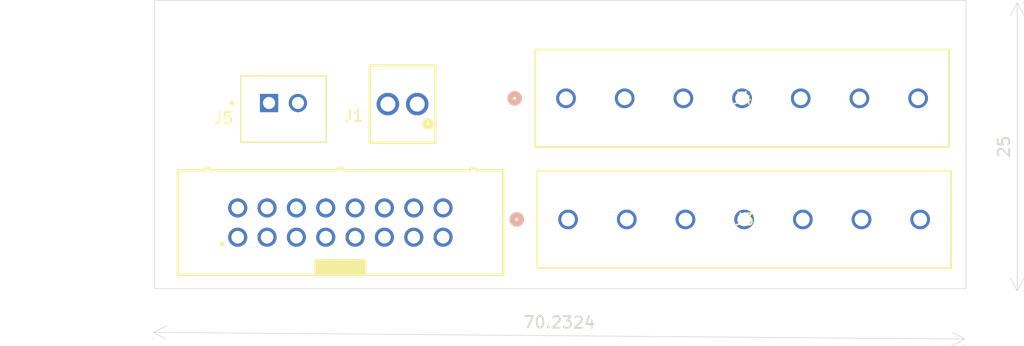
<source format=kicad_pcb>
(kicad_pcb (version 20241229) (generator "pcbnew") (generator_version "9.0")
  (layers (0 "F.Cu" signal) (2 "B.Cu" signal) (13 "F.Paste" user) (15 "B.Paste" user) (5 "F.SilkS" user "F.Silkscreen") (7 "B.SilkS" user "B.Silkscreen") (1 "F.Mask" user) (3 "B.Mask" user) (25 "Edge.Cuts" user))
  (net 0 "")
  (net 1 "INPUT6")
  (net 2 "INPUT3")
  (net 3 "INPUT5")
  (net 4 "INPUT7")
  (net 5 "INPUT2")
  (net 6 "INPUT1")
  (net 7 "INPUT4")
  (net 8 "OUTPUT2")
  (net 9 "OUTPUT1")
  (net 10 "OUTPUT7")
  (net 11 "OUTPUT3")
  (net 12 "OUTPUT6")
  (net 13 "OUTPUT5")
  (net 14 "OUTPUT4")
  (net 15 "/OUTPUT8")
  (net 16 "/INPUT8")
  (net 17 "/GND_24V_EXT")
  (net 18 "/+24_IN")
  (footprint "16pinfrc:61201621621" (layer "F.Cu") (at 117.89 63.77)
    (property "Reference" "J7" (hide yes))
    (property "Value" "6120XX21621_61201621621")
    (fp_line (start -14.09 -4.525) (end -14.09 4.525) (stroke (width 0.2)) (layer "F.SilkS"))
    (fp_line (start -14.09 4.525) (end 14.09 4.525) (stroke (width 0.2)) (layer "F.SilkS"))
    (fp_line (start -11.84 -4.525) (end -14.09 -4.525) (stroke (width 0.2)) (layer "F.SilkS"))
    (fp_line (start -0.33 -4.525) (end -11.2 -4.525) (stroke (width 0.2)) (layer "F.SilkS"))
    (fp_line (start 11.18 -4.525) (end 0.31 -4.525) (stroke (width 0.2)) (layer "F.SilkS"))
    (fp_line (start 11.82 -4.525) (end 14.09 -4.525) (stroke (width 0.2)) (layer "F.SilkS"))
    (fp_line (start 14.09 4.525) (end 14.09 -4.525) (stroke (width 0.2)) (layer "F.SilkS"))
    (fp_arc (start -11.84 -4.525) (mid -11.52 -4.743548) (end -11.2 -4.525) (stroke (width 0.2)) (layer "F.SilkS"))
    (fp_arc (start -0.33 -4.525) (mid -0.01 -4.743548) (end 0.31 -4.525) (stroke (width 0.2)) (layer "F.SilkS"))
    (fp_arc (start 11.18 -4.525) (mid 11.5 -4.743548) (end 11.82 -4.525) (stroke (width 0.2)) (layer "F.SilkS"))
    (fp_circle (center -10.25 1.87) (end -10.15 1.87) (stroke (width 0.2)) (fill no) (layer "F.SilkS"))
    (fp_poly (pts (xy -2.25 3.175) (xy 2.25 3.175) (xy 2.25 4.425) (xy -2.25 4.425)) (stroke (width 0.01)) (fill yes) (layer "F.SilkS"))
    (pad "1" thru_hole circle (at -8.89 1.27) (size 1.65 1.65) (drill 1.1) (layers "*.Cu" "*.Mask") (net 6 "INPUT1"))
    (pad "2" thru_hole circle (at -8.89 -1.27) (size 1.65 1.65) (drill 1.1) (layers "*.Cu" "*.Mask") (net 9 "OUTPUT1"))
    (pad "3" thru_hole circle (at -6.35 1.27) (size 1.65 1.65) (drill 1.1) (layers "*.Cu" "*.Mask") (net 5 "INPUT2"))
    (pad "4" thru_hole circle (at -6.35 -1.27) (size 1.65 1.65) (drill 1.1) (layers "*.Cu" "*.Mask") (net 8 "OUTPUT2"))
    (pad "5" thru_hole circle (at -3.81 1.27) (size 1.65 1.65) (drill 1.1) (layers "*.Cu" "*.Mask") (net 2 "INPUT3"))
    (pad "6" thru_hole circle (at -3.81 -1.27) (size 1.65 1.65) (drill 1.1) (layers "*.Cu" "*.Mask") (net 11 "OUTPUT3"))
    (pad "7" thru_hole circle (at -1.27 1.27) (size 1.65 1.65) (drill 1.1) (layers "*.Cu" "*.Mask") (net 7 "INPUT4"))
    (pad "8" thru_hole circle (at -1.27 -1.27) (size 1.65 1.65) (drill 1.1) (layers "*.Cu" "*.Mask") (net 14 "OUTPUT4"))
    (pad "9" thru_hole circle (at 1.27 1.27) (size 1.65 1.65) (drill 1.1) (layers "*.Cu" "*.Mask") (net 3 "INPUT5"))
    (pad "10" thru_hole circle (at 1.27 -1.27) (size 1.65 1.65) (drill 1.1) (layers "*.Cu" "*.Mask") (net 13 "OUTPUT5"))
    (pad "11" thru_hole circle (at 3.81 1.27) (size 1.65 1.65) (drill 1.1) (layers "*.Cu" "*.Mask") (net 1 "INPUT6"))
    (pad "12" thru_hole circle (at 3.81 -1.27) (size 1.65 1.65) (drill 1.1) (layers "*.Cu" "*.Mask") (net 12 "OUTPUT6"))
    (pad "13" thru_hole circle (at 6.35 1.27) (size 1.65 1.65) (drill 1.1) (layers "*.Cu" "*.Mask") (net 4 "INPUT7"))
    (pad "14" thru_hole circle (at 6.35 -1.27) (size 1.65 1.65) (drill 1.1) (layers "*.Cu" "*.Mask") (net 10 "OUTPUT7"))
    (pad "15" thru_hole circle (at 8.89 1.27) (size 1.65 1.65) (drill 1.1) (layers "*.Cu" "*.Mask") (net 16 "/INPUT8"))
    (pad "16" thru_hole circle (at 8.89 -1.27) (size 1.65 1.65) (drill 1.1) (layers "*.Cu" "*.Mask") (net 15 "/OUTPUT8"))
  )
  (footprint "2pin_rmc:JST_B2B-XH-A" (layer "F.Cu") (at 112.9625 53.93 180)
    (property "Reference" "J5" (at 5.2025 -0.8 0) (layer "F.SilkS"))
    (property "Value" "B2B-XH-A")
    (fp_line (start 3.7 2.875) (end -3.7 2.875) (stroke (width 0.127)) (layer "F.SilkS"))
    (fp_line (start 3.7 -2.875) (end 3.7 2.875) (stroke (width 0.127)) (layer "F.SilkS"))
    (fp_line (start -3.7 2.875) (end -3.7 -2.875) (stroke (width 0.127)) (layer "F.SilkS"))
    (fp_line (start -3.7 -2.875) (end 3.7 -2.875) (stroke (width 0.127)) (layer "F.SilkS"))
    (fp_circle (center 4.44 0.525) (end 4.54 0.525) (stroke (width 0.2)) (fill no) (layer "F.SilkS"))
    (pad "1" thru_hole rect (at 1.25 0.525 180) (size 1.575 1.575) (drill 1.05) (layers "*.Cu" "*.Mask") (net 18 "/+24_IN"))
    (pad "2" thru_hole circle (at -1.25 0.525 180) (size 1.575 1.575) (drill 1.05) (layers "*.Cu" "*.Mask") (net 17 "/GND_24V_EXT"))
  )
  (footprint "POWER_CONN:691210910002" (layer "F.Cu") (at 123.27 53.5 180)
    (property "Reference" "J1" (at 4.23 -1 0) (layer "F.SilkS"))
    (property "Value" "691210910002")
    (fp_line (start 2.84 3.35) (end -2.84 3.35) (stroke (width 0.2)) (layer "F.SilkS"))
    (fp_line (start 2.84 -3.35) (end 2.84 3.35) (stroke (width 0.2)) (layer "F.SilkS"))
    (fp_line (start -2.84 3.35) (end -2.84 -3.35) (stroke (width 0.2)) (layer "F.SilkS"))
    (fp_line (start -2.84 -3.35) (end 2.84 -3.35) (stroke (width 0.2)) (layer "F.SilkS"))
    (fp_circle (center -2.2 -1.7) (end -2.1 -1.7) (stroke (width 0.4)) (fill no) (layer "F.SilkS"))
    (pad "1" thru_hole circle (at -1.27 0 180) (size 1.95 1.95) (drill 1.3) (layers "*.Cu" "*.Mask") (net 18 "/+24_IN"))
    (pad "2" thru_hole circle (at 1.27 0 180) (size 1.95 1.95) (drill 1.3) (layers "*.Cu" "*.Mask") (net 17 "/GND_24V_EXT"))
  )
  (footprint "POWER_CONN:282837-7_TEC" (layer "F.Cu") (at 137.6 63.5)
    (property "Reference" "J3" (at 15.24 0 0) (layer "F.SilkS"))
    (property "Value" "282837-7")
    (fp_line (start -2.667 -4.226999) (end -2.667 4.227002) (stroke (width 0.1524)) (layer "F.SilkS"))
    (fp_line (start -2.667 4.227002) (end 33.147 4.227002) (stroke (width 0.1524)) (layer "F.SilkS"))
    (fp_line (start 33.147 -4.226999) (end -2.667 -4.226999) (stroke (width 0.1524)) (layer "F.SilkS"))
    (fp_line (start 33.147 4.227002) (end 33.147 -4.226999) (stroke (width 0.1524)) (layer "F.SilkS"))
    (fp_circle (center -4.445 0) (end -4.064 0) (stroke (width 0.508)) (fill no) (layer "F.SilkS"))
    (fp_circle (center -4.445 0) (end -4.064 0) (stroke (width 0.508)) (fill no) (layer "B.SilkS"))
    (pad "1" thru_hole circle (at 0 0) (size 1.7018 1.7018) (drill 1.1938) (layers "*.Cu" "*.Mask") (net 6 "INPUT1"))
    (pad "2" thru_hole circle (at 5.08 0) (size 1.7018 1.7018) (drill 1.1938) (layers "*.Cu" "*.Mask") (net 5 "INPUT2"))
    (pad "3" thru_hole circle (at 10.16 0) (size 1.7018 1.7018) (drill 1.1938) (layers "*.Cu" "*.Mask") (net 2 "INPUT3"))
    (pad "4" thru_hole circle (at 15.24 0) (size 1.7018 1.7018) (drill 1.1938) (layers "*.Cu" "*.Mask") (net 7 "INPUT4"))
    (pad "5" thru_hole circle (at 20.32 0) (size 1.7018 1.7018) (drill 1.1938) (layers "*.Cu" "*.Mask") (net 3 "INPUT5"))
    (pad "6" thru_hole circle (at 25.4 0) (size 1.7018 1.7018) (drill 1.1938) (layers "*.Cu" "*.Mask") (net 1 "INPUT6"))
    (pad "7" thru_hole circle (at 30.48 0) (size 1.7018 1.7018) (drill 1.1938) (layers "*.Cu" "*.Mask") (net 4 "INPUT7"))
  )
  (footprint "POWER_CONN:282837-7_TEC" (layer "F.Cu") (at 137.42 53)
    (property "Reference" "J4" (at 15.24 0 0) (layer "F.SilkS"))
    (property "Value" "282837-7")
    (fp_line (start -2.667 -4.226999) (end -2.667 4.227002) (stroke (width 0.1524)) (layer "F.SilkS"))
    (fp_line (start -2.667 4.227002) (end 33.147 4.227002) (stroke (width 0.1524)) (layer "F.SilkS"))
    (fp_line (start 33.147 -4.226999) (end -2.667 -4.226999) (stroke (width 0.1524)) (layer "F.SilkS"))
    (fp_line (start 33.147 4.227002) (end 33.147 -4.226999) (stroke (width 0.1524)) (layer "F.SilkS"))
    (fp_circle (center -4.445 0) (end -4.064 0) (stroke (width 0.508)) (fill no) (layer "F.SilkS"))
    (fp_circle (center -4.445 0) (end -4.064 0) (stroke (width 0.508)) (fill no) (layer "B.SilkS"))
    (pad "1" thru_hole circle (at 0 0) (size 1.7018 1.7018) (drill 1.1938) (layers "*.Cu" "*.Mask") (net 9 "OUTPUT1"))
    (pad "2" thru_hole circle (at 5.08 0) (size 1.7018 1.7018) (drill 1.1938) (layers "*.Cu" "*.Mask") (net 8 "OUTPUT2"))
    (pad "3" thru_hole circle (at 10.16 0) (size 1.7018 1.7018) (drill 1.1938) (layers "*.Cu" "*.Mask") (net 11 "OUTPUT3"))
    (pad "4" thru_hole circle (at 15.24 0) (size 1.7018 1.7018) (drill 1.1938) (layers "*.Cu" "*.Mask") (net 14 "OUTPUT4"))
    (pad "5" thru_hole circle (at 20.32 0) (size 1.7018 1.7018) (drill 1.1938) (layers "*.Cu" "*.Mask") (net 13 "OUTPUT5"))
    (pad "6" thru_hole circle (at 25.4 0) (size 1.7018 1.7018) (drill 1.1938) (layers "*.Cu" "*.Mask") (net 12 "OUTPUT6"))
    (pad "7" thru_hole circle (at 30.48 0) (size 1.7018 1.7018) (drill 1.1938) (layers "*.Cu" "*.Mask") (net 10 "OUTPUT7"))
  )
  (gr_rect (start 101.81 44.5) (end 172.04 69.5) (stroke (width 0.05)) (fill no) (layer "Edge.Cuts"))
  (dimension (type aligned) (layer "Edge.Cuts") (pts (xy 176.48 44.7) (xy 176.48 69.7)) (height 0) (format (prefix "") (suffix "") (units 3) (units_format 0) (precision 4) (suppress_zeroes yes)) (style (thickness 0.05) (arrow_length 1.27) (text_position_mode 0) (arrow_direction outward) (extension_height 0.58642) (extension_offset 0.5) (keep_text_aligned yes)) (gr_text "25" (at 175.33 57.2 90) (layer "Edge.Cuts") (effects (font (size 1 1) (thickness 0.15)))))
  (dimension (type aligned) (layer "Edge.Cuts") (pts (xy 171.94 73.87) (xy 101.71 73.29)) (height 0) (format (prefix "") (suffix "") (units 3) (units_format 0) (precision 4) (suppress_zeroes yes)) (style (thickness 0.05) (arrow_length 1.27) (text_position_mode 0) (arrow_direction outward) (extension_height 0.58642) (extension_offset 0.5) (keep_text_aligned yes)) (gr_text "70.2324" (at 136.834497 72.430039 -0.4731709617) (layer "Edge.Cuts") (effects (font (size 1 1) (thickness 0.15)))))
)
</source>
